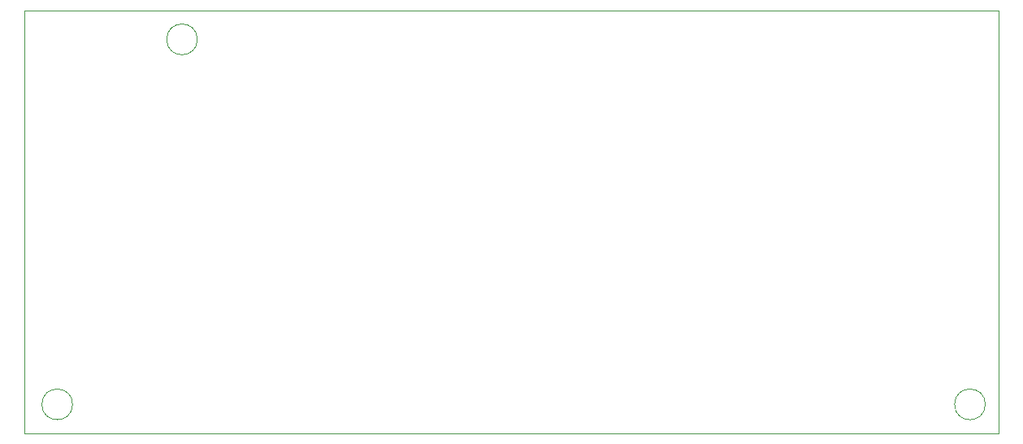
<source format=gm1>
%TF.GenerationSoftware,KiCad,Pcbnew,9.0.4-1.fc42app3*%
%TF.CreationDate,2025-10-17T06:38:32+02:00*%
%TF.ProjectId,ccc_macropad,6363635f-6d61-4637-926f-7061642e6b69,rev?*%
%TF.SameCoordinates,Original*%
%TF.FileFunction,Profile,NP*%
%FSLAX46Y46*%
G04 Gerber Fmt 4.6, Leading zero omitted, Abs format (unit mm)*
G04 Created by KiCad (PCBNEW 9.0.4-1.fc42app3) date 2025-10-17 06:38:32*
%MOMM*%
%LPD*%
G01*
G04 APERTURE LIST*
%TA.AperFunction,Profile*%
%ADD10C,0.038100*%
%TD*%
%TA.AperFunction,Profile*%
%ADD11C,0.050000*%
%TD*%
G04 APERTURE END LIST*
D10*
X210600000Y-79000000D02*
G75*
G02*
X207400000Y-79000000I-1600000J0D01*
G01*
X207400000Y-79000000D02*
G75*
G02*
X210600000Y-79000000I1600000J0D01*
G01*
X128500000Y-41000000D02*
G75*
G02*
X125300000Y-41000000I-1600000J0D01*
G01*
X125300000Y-41000000D02*
G75*
G02*
X128500000Y-41000000I1600000J0D01*
G01*
D11*
X110500000Y-38000000D02*
X212000000Y-38000000D01*
X212000000Y-82000000D01*
X110500000Y-82000000D01*
X110500000Y-38000000D01*
D10*
X115500000Y-79000000D02*
G75*
G02*
X112300000Y-79000000I-1600000J0D01*
G01*
X112300000Y-79000000D02*
G75*
G02*
X115500000Y-79000000I1600000J0D01*
G01*
M02*

</source>
